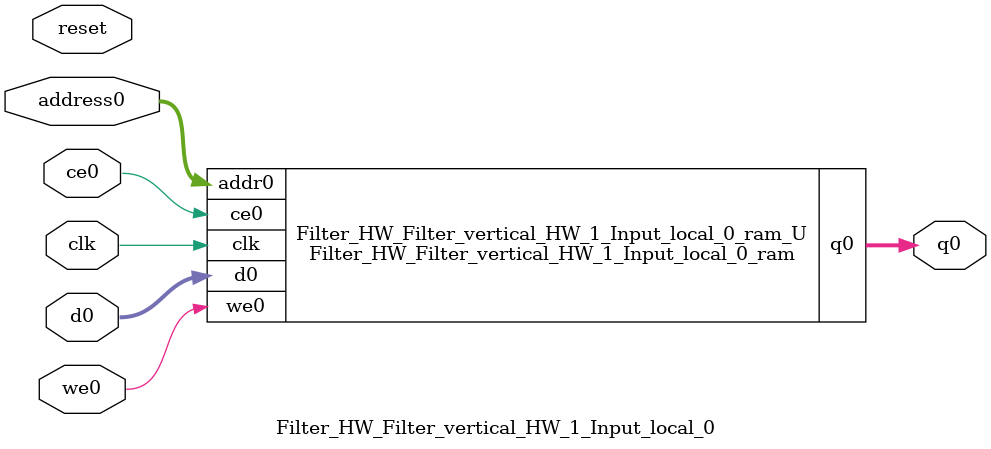
<source format=v>
`timescale 1 ns / 1 ps
module Filter_HW_Filter_vertical_HW_1_Input_local_0_ram (addr0, ce0, d0, we0, q0,  clk);

parameter DWIDTH = 8;
parameter AWIDTH = 9;
parameter MEM_SIZE = 474;

input[AWIDTH-1:0] addr0;
input ce0;
input[DWIDTH-1:0] d0;
input we0;
output reg[DWIDTH-1:0] q0;
input clk;

reg [DWIDTH-1:0] ram[0:MEM_SIZE-1];




always @(posedge clk)  
begin 
    if (ce0) begin
        if (we0) 
            ram[addr0] <= d0; 
        q0 <= ram[addr0];
    end
end


endmodule

`timescale 1 ns / 1 ps
module Filter_HW_Filter_vertical_HW_1_Input_local_0(
    reset,
    clk,
    address0,
    ce0,
    we0,
    d0,
    q0);

parameter DataWidth = 32'd8;
parameter AddressRange = 32'd474;
parameter AddressWidth = 32'd9;
input reset;
input clk;
input[AddressWidth - 1:0] address0;
input ce0;
input we0;
input[DataWidth - 1:0] d0;
output[DataWidth - 1:0] q0;



Filter_HW_Filter_vertical_HW_1_Input_local_0_ram Filter_HW_Filter_vertical_HW_1_Input_local_0_ram_U(
    .clk( clk ),
    .addr0( address0 ),
    .ce0( ce0 ),
    .we0( we0 ),
    .d0( d0 ),
    .q0( q0 ));

endmodule


</source>
